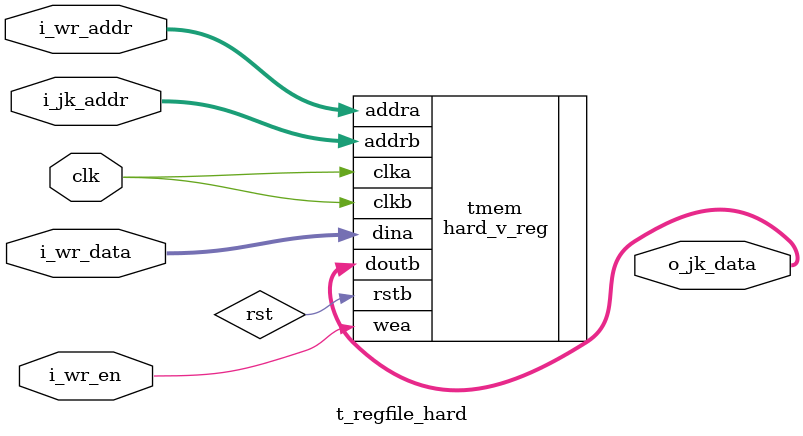
<source format=v>



module t_regfile_hard (clk,
                  i_jk_addr,
                  o_jk_data,
                  i_wr_addr,
                  i_wr_data,
                  i_wr_en);

parameter WIDTH = 64;
parameter DEPTH = 64;
parameter LOGDEPTH = 6;


input  wire                clk;
input  wire [LOGDEPTH-1:0] i_jk_addr;
output wire [WIDTH-1:0]    o_jk_data;
input  wire [LOGDEPTH-1:0] i_wr_addr;
input  wire [WIDTH-1:0]    i_wr_data;
input  wire                i_wr_en;

wire [WIDTH-1:0] read_data;

//reg [WIDTH-1:0] data [DEPTH-1:0];     //the actual registers
hard_v_reg tmem (
	.clka(clk),
	.wea(i_wr_en), 
	.addra(i_wr_addr), 
	.dina(i_wr_data), 
	.clkb(clk),
	.rstb(rst),
	.addrb(i_jk_addr),
	.doutb(o_jk_data)); // Bus [63 : 0] 

/*
//write a register
always@(posedge clk)
   if(i_wr_en)
      data[i_wr_addr] <= i_wr_data;


//read registers
always@(posedge clk)
   o_jk_data <= read_data;
*/

endmodule

</source>
